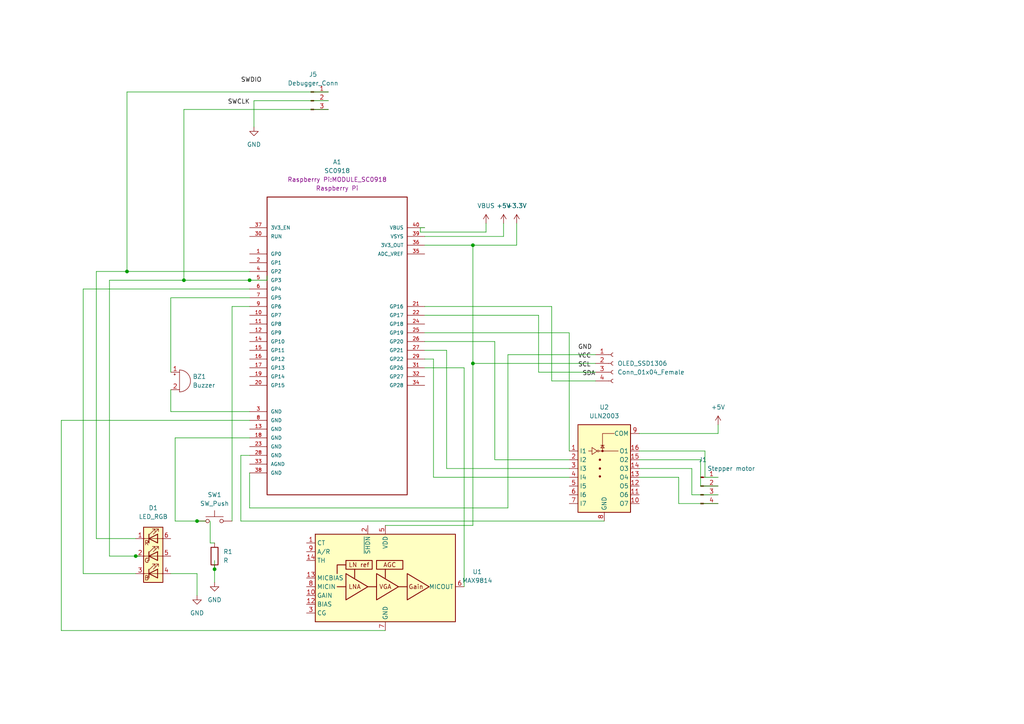
<source format=kicad_sch>
(kicad_sch (version 20211123) (generator eeschema)
  (paper "A4")
  (lib_symbols
    (symbol "Amplifier_Audio:MAX9814"
      (property "Reference" "U" (at -20.32 13.97 0))
      (property "Value" "MAX9814" (at 11.43 13.97 0))
      (symbol "MAX9814_0_0"
        (rectangle (start -11.43 5.08) (end -3.81 2.54) (stroke (width 0.254)))
        (rectangle (start -2.54 5.08) (end 5.08 2.54) (stroke (width 0.254)))
        (polyline (pts (xy -11.43 -2.54) (xy -13.97 -2.54)) (stroke (width 0.254)))
        (polyline (pts (xy -8.89 2.54) (xy -8.89 0)) (stroke (width 0.254)))
        (polyline (pts (xy -2.54 -2.54) (xy -5.08 -2.54)) (stroke (width 0.254)))
        (polyline (pts (xy 0 2.54) (xy 0 0)) (stroke (width 0.254)))
        (polyline (pts (xy 3.81 -2.54) (xy 6.35 -2.54)) (stroke (width 0.254)))
        (polyline (pts (xy -11.43 3.81) (xy -13.97 3.81) (xy -13.97 1.27)) (stroke (width 0.254)))
        (polyline (pts (xy -5.08 -2.54) (xy -11.43 1.27) (xy -11.43 -6.35) (xy -5.08 -2.54)) (stroke (width 0.254)))
        (polyline (pts (xy 3.81 -2.54) (xy -2.54 1.27) (xy -2.54 -6.35) (xy 3.81 -2.54)) (stroke (width 0.254)))
        (polyline (pts (xy 12.7 -2.54) (xy 6.35 1.27) (xy 6.35 -6.35) (xy 12.7 -2.54)) (stroke (width 0.254)))
        (text "AGC" (at 1.27 3.81 0) (effects (font (size 1.27 1.27))))
        (text "Gain" (at 8.89 -2.54 0) (effects (font (size 1.27 1.27))))
        (text "LN ref" (at -7.62 3.81 0) (effects (font (size 1.27 1.27))))
        (text "LNA" (at -8.89 -2.54 0) (effects (font (size 1.27 1.27))))
        (text "VGA" (at 0 -2.54 0) (effects (font (size 1.27 1.27))))
      )
      (symbol "MAX9814_0_1"
        (rectangle (start -20.32 12.7) (end 20.32 -12.7) (stroke (width 0.254)) (fill (type background)))
      )
      (symbol "MAX9814_1_1"
        (pin input line (at -22.86 10.16 0) (length 2.54) (name "CT") (number "1"))
        (pin input line (at -22.86 -5.08 0) (length 2.54) (name "GAIN") (number "10"))
        (pin passive line (at 0 -15.24 90) (length 2.54) hide (name "GND") (number "11"))
        (pin passive line (at -22.86 -7.62 0) (length 2.54) (name "BIAS") (number "12"))
        (pin output line (at -22.86 0 0) (length 2.54) (name "MICBIAS") (number "13"))
        (pin input line (at -22.86 5.08 0) (length 2.54) (name "TH") (number "14"))
        (pin passive line (at 0 -15.24 90) (length 2.54) hide (name "GND") (number "15"))
        (pin input line (at -5.08 15.24 270) (length 2.54) (name "~{SHDN}") (number "2"))
        (pin passive line (at -22.86 -10.16 0) (length 2.54) (name "CG") (number "3"))
        (pin passive line (at 0 -15.24 90) (length 2.54) hide (name "GND") (number "4"))
        (pin power_in line (at 0 15.24 270) (length 2.54) (name "VDD") (number "5"))
        (pin output line (at 22.86 -2.54 180) (length 2.54) (name "MICOUT") (number "6"))
        (pin power_in line (at 0 -15.24 90) (length 2.54) (name "GND") (number "7"))
        (pin input line (at -22.86 -2.54 0) (length 2.54) (name "MICIN") (number "8"))
        (pin input line (at -22.86 7.62 0) (length 2.54) (name "A/R") (number "9"))
      )
    )
    (symbol "Connector:Conn_01x03_Male" (pin_names (offset 1.016) hide)
      (property "Reference" "J" (at 0 5.08 0))
      (property "Value" "Conn_01x03_Male" (at 0 -5.08 0))
      (symbol "Conn_01x03_Male_1_1"
        (polyline (pts (xy 1.27 -2.54) (xy 0.8636 -2.54)) (stroke (width 0.1524)))
        (polyline (pts (xy 1.27 0) (xy 0.8636 0)) (stroke (width 0.1524)))
        (polyline (pts (xy 1.27 2.54) (xy 0.8636 2.54)) (stroke (width 0.1524)))
        (rectangle (start 0.8636 -2.413) (end 0 -2.667) (stroke (width 0.1524)) (fill (type outline)))
        (rectangle (start 0.8636 0.127) (end 0 -0.127) (stroke (width 0.1524)) (fill (type outline)))
        (rectangle (start 0.8636 2.667) (end 0 2.413) (stroke (width 0.1524)) (fill (type outline)))
        (pin passive line (at 5.08 2.54 180) (length 3.81) (name "Pin_1") (number "1"))
        (pin passive line (at 5.08 0 180) (length 3.81) (name "Pin_2") (number "2"))
        (pin passive line (at 5.08 -2.54 180) (length 3.81) (name "Pin_3") (number "3"))
      )
    )
    (symbol "Connector:Conn_01x04_Female" (pin_names (offset 1.016) hide)
      (property "Reference" "J" (at 0 5.08 0))
      (property "Value" "Conn_01x04_Female" (at 0 -7.62 0))
      (symbol "Conn_01x04_Female_1_1"
        (arc (start 0 -4.572) (mid -0.508 -5.08) (end 0 -5.588) (stroke (width 0.1524)))
        (arc (start 0 -2.032) (mid -0.508 -2.54) (end 0 -3.048) (stroke (width 0.1524)))
        (polyline (pts (xy -1.27 -5.08) (xy -0.508 -5.08)) (stroke (width 0.1524)))
        (polyline (pts (xy -1.27 -2.54) (xy -0.508 -2.54)) (stroke (width 0.1524)))
        (polyline (pts (xy -1.27 0) (xy -0.508 0)) (stroke (width 0.1524)))
        (polyline (pts (xy -1.27 2.54) (xy -0.508 2.54)) (stroke (width 0.1524)))
        (arc (start 0 0.508) (mid -0.508 0) (end 0 -0.508) (stroke (width 0.1524)))
        (arc (start 0 3.048) (mid -0.508 2.54) (end 0 2.032) (stroke (width 0.1524)))
        (pin passive line (at -5.08 2.54 0) (length 3.81) (name "Pin_1") (number "1"))
        (pin passive line (at -5.08 0 0) (length 3.81) (name "Pin_2") (number "2"))
        (pin passive line (at -5.08 -2.54 0) (length 3.81) (name "Pin_3") (number "3"))
        (pin passive line (at -5.08 -5.08 0) (length 3.81) (name "Pin_4") (number "4"))
      )
    )
    (symbol "Connector:Conn_01x04_Male" (pin_names (offset 1.016) hide)
      (property "Reference" "J" (at 0 5.08 0))
      (property "Value" "Conn_01x04_Male" (at 0 -7.62 0))
      (symbol "Conn_01x04_Male_1_1"
        (polyline (pts (xy 1.27 -5.08) (xy 0.8636 -5.08)) (stroke (width 0.1524)))
        (polyline (pts (xy 1.27 -2.54) (xy 0.8636 -2.54)) (stroke (width 0.1524)))
        (polyline (pts (xy 1.27 0) (xy 0.8636 0)) (stroke (width 0.1524)))
        (polyline (pts (xy 1.27 2.54) (xy 0.8636 2.54)) (stroke (width 0.1524)))
        (rectangle (start 0.8636 -4.953) (end 0 -5.207) (stroke (width 0.1524)) (fill (type outline)))
        (rectangle (start 0.8636 -2.413) (end 0 -2.667) (stroke (width 0.1524)) (fill (type outline)))
        (rectangle (start 0.8636 0.127) (end 0 -0.127) (stroke (width 0.1524)) (fill (type outline)))
        (rectangle (start 0.8636 2.667) (end 0 2.413) (stroke (width 0.1524)) (fill (type outline)))
        (pin passive line (at 5.08 2.54 180) (length 3.81) (name "Pin_1") (number "1"))
        (pin passive line (at 5.08 0 180) (length 3.81) (name "Pin_2") (number "2"))
        (pin passive line (at 5.08 -2.54 180) (length 3.81) (name "Pin_3") (number "3"))
        (pin passive line (at 5.08 -5.08 180) (length 3.81) (name "Pin_4") (number "4"))
      )
    )
    (symbol "Device:Buzzer" (pin_names (offset 0.0254) hide)
      (property "Reference" "BZ" (at 3.81 1.27 0))
      (property "Value" "Buzzer" (at 3.81 -1.27 0))
      (symbol "Buzzer_0_1"
        (arc (start 0 -3.175) (mid 3.175 0) (end 0 3.175))
        (polyline (pts (xy -1.651 1.905) (xy -1.143 1.905)))
        (polyline (pts (xy -1.397 2.159) (xy -1.397 1.651)))
        (polyline (pts (xy 0 3.175) (xy 0 -3.175)))
      )
      (symbol "Buzzer_1_1"
        (pin passive line (at -2.54 2.54 0) (length 2.54) (name "-") (number "1"))
        (pin passive line (at -2.54 -2.54 0) (length 2.54) (name "+") (number "2"))
      )
    )
    (symbol "Device:LED_RGB" (pin_names (offset 0) hide)
      (property "Reference" "D" (at 0 9.398 0))
      (property "Value" "LED_RGB" (at 0 -8.89 0))
      (symbol "LED_RGB_0_0"
        (text "B" (at -1.905 -6.35 0) (effects (font (size 1.27 1.27))))
        (text "G" (at -1.905 -1.27 0) (effects (font (size 1.27 1.27))))
        (text "R" (at -1.905 3.81 0) (effects (font (size 1.27 1.27))))
      )
      (symbol "LED_RGB_0_1"
        (polyline (pts (xy -1.27 -5.08) (xy -2.54 -5.08)))
        (polyline (pts (xy -1.27 -5.08) (xy 1.27 -5.08)))
        (polyline (pts (xy -1.27 -3.81) (xy -1.27 -6.35)) (stroke (width 0.254)))
        (polyline (pts (xy -1.27 0) (xy -2.54 0)))
        (polyline (pts (xy -1.27 1.27) (xy -1.27 -1.27)) (stroke (width 0.254)))
        (polyline (pts (xy -1.27 5.08) (xy -2.54 5.08)))
        (polyline (pts (xy -1.27 5.08) (xy 1.27 5.08)))
        (polyline (pts (xy -1.27 6.35) (xy -1.27 3.81)) (stroke (width 0.254)))
        (polyline (pts (xy 1.27 -5.08) (xy 2.54 -5.08)))
        (polyline (pts (xy 1.27 0) (xy -1.27 0)))
        (polyline (pts (xy 1.27 0) (xy 2.54 0)))
        (polyline (pts (xy 1.27 5.08) (xy 2.54 5.08)))
        (polyline (pts (xy -1.27 1.27) (xy -1.27 -1.27) (xy -1.27 -1.27)))
        (polyline (pts (xy -1.27 6.35) (xy -1.27 3.81) (xy -1.27 3.81)))
        (polyline (pts (xy 1.27 -3.81) (xy 1.27 -6.35) (xy -1.27 -5.08) (xy 1.27 -3.81)) (stroke (width 0.254)))
        (polyline (pts (xy 1.27 1.27) (xy 1.27 -1.27) (xy -1.27 0) (xy 1.27 1.27)) (stroke (width 0.254)))
        (polyline (pts (xy 1.27 6.35) (xy 1.27 3.81) (xy -1.27 5.08) (xy 1.27 6.35)) (stroke (width 0.254)))
        (polyline (pts (xy -1.016 -3.81) (xy 0.508 -2.286) (xy -0.254 -2.286) (xy 0.508 -2.286) (xy 0.508 -3.048)))
        (polyline (pts (xy -1.016 1.27) (xy 0.508 2.794) (xy -0.254 2.794) (xy 0.508 2.794) (xy 0.508 2.032)))
        (polyline (pts (xy -1.016 6.35) (xy 0.508 7.874) (xy -0.254 7.874) (xy 0.508 7.874) (xy 0.508 7.112)))
        (polyline (pts (xy 0 -3.81) (xy 1.524 -2.286) (xy 0.762 -2.286) (xy 1.524 -2.286) (xy 1.524 -3.048)))
        (polyline (pts (xy 0 1.27) (xy 1.524 2.794) (xy 0.762 2.794) (xy 1.524 2.794) (xy 1.524 2.032)))
        (polyline (pts (xy 0 6.35) (xy 1.524 7.874) (xy 0.762 7.874) (xy 1.524 7.874) (xy 1.524 7.112)))
        (rectangle (start 1.27 -1.27) (end 1.27 1.27))
        (rectangle (start 1.27 1.27) (end 1.27 1.27))
        (rectangle (start 1.27 3.81) (end 1.27 6.35))
        (rectangle (start 1.27 6.35) (end 1.27 6.35))
        (rectangle (start 2.794 8.382) (end -2.794 -7.62) (stroke (width 0.254)) (fill (type background)))
      )
      (symbol "LED_RGB_1_1"
        (pin passive line (at -5.08 5.08 0) (length 2.54) (name "RK") (number "1"))
        (pin passive line (at -5.08 0 0) (length 2.54) (name "GK") (number "2"))
        (pin passive line (at -5.08 -5.08 0) (length 2.54) (name "BK") (number "3"))
        (pin passive line (at 5.08 -5.08 180) (length 2.54) (name "BA") (number "4"))
        (pin passive line (at 5.08 0 180) (length 2.54) (name "GA") (number "5"))
        (pin passive line (at 5.08 5.08 180) (length 2.54) (name "RA") (number "6"))
      )
    )
    (symbol "Device:R" (pin_numbers hide) (pin_names (offset 0))
      (property "Reference" "R" (at 2.032 0 90))
      (property "Value" "R" (at 0 0 90))
      (symbol "R_0_1"
        (rectangle (start -1.016 -2.54) (end 1.016 2.54) (stroke (width 0.254)))
      )
      (symbol "R_1_1"
        (pin passive line (at 0 3.81 270) (length 1.27) (name "~") (number "1"))
        (pin passive line (at 0 -3.81 90) (length 1.27) (name "~") (number "2"))
      )
    )
    (symbol "Switch:SW_Push" (pin_numbers hide) (pin_names (offset 1.016) hide)
      (property "Reference" "SW" (at 1.27 2.54 0))
      (property "Value" "SW_Push" (at 0 -1.524 0))
      (symbol "SW_Push_0_1"
        (circle (center -2.032 0) (radius 0.508))
        (polyline (pts (xy 0 1.27) (xy 0 3.048)))
        (polyline (pts (xy 2.54 1.27) (xy -2.54 1.27)))
        (circle (center 2.032 0) (radius 0.508))
        (pin passive line (at -5.08 0 0) (length 2.54) (name "1") (number "1"))
        (pin passive line (at 5.08 0 180) (length 2.54) (name "2") (number "2"))
      )
    )
    (symbol "Transistor_Array:ULN2003"
      (property "Reference" "U" (at 0 15.875 0))
      (property "Value" "ULN2003" (at 0 13.97 0))
      (symbol "ULN2003_0_1"
        (rectangle (start -7.62 -12.7) (end 7.62 12.7) (stroke (width 0.254)) (fill (type background)))
        (circle (center -1.778 5.08) (radius 0.254))
        (circle (center -1.27 -2.286) (radius 0.254) (fill (type outline)))
        (circle (center -1.27 0) (radius 0.254) (fill (type outline)))
        (circle (center -1.27 2.54) (radius 0.254) (fill (type outline)))
        (circle (center -0.508 5.08) (radius 0.254) (fill (type outline)))
        (polyline (pts (xy -4.572 5.08) (xy -3.556 5.08)))
        (polyline (pts (xy -1.524 5.08) (xy 4.064 5.08)))
        (polyline (pts (xy 0 6.731) (xy -1.016 6.731)))
        (polyline (pts (xy -0.508 5.08) (xy -0.508 10.16) (xy 2.921 10.16)))
        (polyline (pts (xy -3.556 6.096) (xy -3.556 4.064) (xy -2.032 5.08) (xy -3.556 6.096)))
        (polyline (pts (xy 0 5.969) (xy -1.016 5.969) (xy -0.508 6.731) (xy 0 5.969)))
      )
      (symbol "ULN2003_1_1"
        (pin input line (at -10.16 5.08 0) (length 2.54) (name "I1") (number "1"))
        (pin open_collector line (at 10.16 -10.16 180) (length 2.54) (name "O7") (number "10"))
        (pin open_collector line (at 10.16 -7.62 180) (length 2.54) (name "O6") (number "11"))
        (pin open_collector line (at 10.16 -5.08 180) (length 2.54) (name "O5") (number "12"))
        (pin open_collector line (at 10.16 -2.54 180) (length 2.54) (name "O4") (number "13"))
        (pin open_collector line (at 10.16 0 180) (length 2.54) (name "O3") (number "14"))
        (pin open_collector line (at 10.16 2.54 180) (length 2.54) (name "O2") (number "15"))
        (pin open_collector line (at 10.16 5.08 180) (length 2.54) (name "O1") (number "16"))
        (pin input line (at -10.16 2.54 0) (length 2.54) (name "I2") (number "2"))
        (pin input line (at -10.16 0 0) (length 2.54) (name "I3") (number "3"))
        (pin input line (at -10.16 -2.54 0) (length 2.54) (name "I4") (number "4"))
        (pin input line (at -10.16 -5.08 0) (length 2.54) (name "I5") (number "5"))
        (pin input line (at -10.16 -7.62 0) (length 2.54) (name "I6") (number "6"))
        (pin input line (at -10.16 -10.16 0) (length 2.54) (name "I7") (number "7"))
        (pin power_in line (at 0 -15.24 90) (length 2.54) (name "GND") (number "8"))
        (pin passive line (at 10.16 10.16 180) (length 2.54) (name "COM") (number "9"))
      )
    )
    (symbol "nickname:SC0918" (pin_names (offset 1.016))
      (property "Reference" "A1" (at 0 58.42 0))
      (property "Value" "SC0918" (at 0 55.88 0))
      (property "Footprint" "Raspberry Pi:MODULE_SC0918" (at -12.7 -46.99 0))
      (property "manufacturer" "Raspberry Pi" (at 0 53.34 0))
      (symbol "SC0918_0_0"
        (rectangle (start -20.32 -43.18) (end 20.32 43.18) (stroke (width 0.254)))
        (pin bidirectional line (at -25.4 26.67 0) (length 5.08) (name "GP0") (number "1"))
        (pin bidirectional line (at -25.4 8.89 0) (length 5.08) (name "GP7") (number "10"))
        (pin bidirectional line (at -25.4 6.35 0) (length 5.08) (name "GP8") (number "11"))
        (pin bidirectional line (at -25.4 3.81 0) (length 5.08) (name "GP9") (number "12"))
        (pin power_in line (at -25.4 -24.13 0) (length 5.08) (name "GND") (number "13"))
        (pin bidirectional line (at -25.4 1.27 0) (length 5.08) (name "GP10") (number "14"))
        (pin bidirectional line (at -25.4 -1.27 0) (length 5.08) (name "GP11") (number "15"))
        (pin bidirectional line (at -25.4 -3.81 0) (length 5.08) (name "GP12") (number "16"))
        (pin bidirectional line (at -25.4 -6.35 0) (length 5.08) (name "GP13") (number "17"))
        (pin power_in line (at -25.4 -26.67 0) (length 5.08) (name "GND") (number "18"))
        (pin bidirectional line (at -25.4 -8.89 0) (length 5.08) (name "GP14") (number "19"))
        (pin bidirectional line (at -25.4 24.13 0) (length 5.08) (name "GP1") (number "2"))
        (pin bidirectional line (at -25.4 -11.43 0) (length 5.08) (name "GP15") (number "20"))
        (pin bidirectional line (at 25.4 11.43 180) (length 5.08) (name "GP16") (number "21"))
        (pin bidirectional line (at 25.4 8.89 180) (length 5.08) (name "GP17") (number "22"))
        (pin power_in line (at -25.4 -29.21 0) (length 5.08) (name "GND") (number "23"))
        (pin bidirectional line (at 25.4 6.35 180) (length 5.08) (name "GP18") (number "24"))
        (pin bidirectional line (at 25.4 3.81 180) (length 5.08) (name "GP19") (number "25"))
        (pin bidirectional line (at 25.4 1.27 180) (length 5.08) (name "GP20") (number "26"))
        (pin bidirectional line (at 25.4 -1.27 180) (length 5.08) (name "GP21") (number "27"))
        (pin power_in line (at -25.4 -31.75 0) (length 5.08) (name "GND") (number "28"))
        (pin bidirectional line (at 25.4 -3.81 180) (length 5.08) (name "GP22") (number "29"))
        (pin power_in line (at -25.4 -19.05 0) (length 5.08) (name "GND") (number "3"))
        (pin input line (at -25.4 31.75 0) (length 5.08) (name "RUN") (number "30"))
        (pin bidirectional line (at 25.4 -6.35 180) (length 5.08) (name "GP26") (number "31"))
        (pin bidirectional line (at 25.4 -8.89 180) (length 5.08) (name "GP27") (number "32"))
        (pin power_in line (at -25.4 -34.29 0) (length 5.08) (name "AGND") (number "33"))
        (pin bidirectional line (at 25.4 -11.43 180) (length 5.08) (name "GP28") (number "34"))
        (pin power_in line (at 25.4 26.67 180) (length 5.08) (name "ADC_VREF") (number "35"))
        (pin power_in line (at 25.4 29.21 180) (length 5.08) (name "3V3_OUT") (number "36"))
        (pin input line (at -25.4 34.29 0) (length 5.08) (name "3V3_EN") (number "37"))
        (pin power_in line (at -25.4 -36.83 0) (length 5.08) (name "GND") (number "38"))
        (pin free line (at 25.4 31.75 180) (length 5.08) (name "VSYS") (number "39"))
        (pin bidirectional line (at -25.4 21.59 0) (length 5.08) (name "GP2") (number "4"))
        (pin free line (at 25.4 34.29 180) (length 5.08) (name "VBUS") (number "40"))
        (pin bidirectional line (at -25.4 19.05 0) (length 5.08) (name "GP3") (number "5"))
        (pin bidirectional line (at -25.4 16.51 0) (length 5.08) (name "GP4") (number "6"))
        (pin bidirectional line (at -25.4 13.97 0) (length 5.08) (name "GP5") (number "7"))
        (pin power_in line (at -25.4 -21.59 0) (length 5.08) (name "GND") (number "8"))
        (pin bidirectional line (at -25.4 11.43 0) (length 5.08) (name "GP6") (number "9"))
      )
    )
    (symbol "power:+3.3V" (power) (pin_names (offset 0))
      (property "Value" "+3.3V" (at 0 3.556 0))
      (symbol "+3.3V_0_1"
        (polyline (pts (xy -0.762 1.27) (xy 0 2.54)))
        (polyline (pts (xy 0 0) (xy 0 2.54)))
        (polyline (pts (xy 0 2.54) (xy 0.762 1.27)))
      )
      (symbol "+3.3V_1_1"
        (pin power_in line (at 0 0 90) (length 0) hide (name "+3.3V") (number "1"))
      )
    )
    (symbol "power:+5V" (power) (pin_names (offset 0))
      (property "Value" "+5V" (at 0 3.556 0))
      (symbol "+5V_0_1"
        (polyline (pts (xy -0.762 1.27) (xy 0 2.54)))
        (polyline (pts (xy 0 0) (xy 0 2.54)))
        (polyline (pts (xy 0 2.54) (xy 0.762 1.27)))
      )
      (symbol "+5V_1_1"
        (pin power_in line (at 0 0 90) (length 0) hide (name "+5V") (number "1"))
      )
    )
    (symbol "power:GND" (power) (pin_names (offset 0))
      (property "Value" "GND" (at 0 -3.81 0))
      (symbol "GND_0_1"
        (polyline (pts (xy 0 0) (xy 0 -1.27) (xy 1.27 -1.27) (xy 0 -2.54) (xy -1.27 -1.27) (xy 0 -1.27)))
      )
      (symbol "GND_1_1"
        (pin power_in line (at 0 0 270) (length 0) hide (name "GND") (number "1"))
      )
    )
    (symbol "power:VBUS" (power) (pin_names (offset 0))
      (property "Value" "VBUS" (at 0 3.81 0))
      (symbol "VBUS_0_1"
        (polyline (pts (xy -0.762 1.27) (xy 0 2.54)))
        (polyline (pts (xy 0 0) (xy 0 2.54)))
        (polyline (pts (xy 0 2.54) (xy 0.762 1.27)))
      )
      (symbol "VBUS_1_1"
        (pin power_in line (at 0 0 90) (length 0) hide (name "VBUS") (number "1"))
      )
    )
  )
  (junction (at 72.39 81.28))
  (junction (at 36.83 78.74))
  (junction (at 62.23 165.1))
  (junction (at 39.37 161.29))
  (junction (at 137.16 105.41))
  (junction (at 57.15 151.13))
  (junction (at 137.16 71.12))
  (junction (at 53.34 81.28))
  (wire (pts (xy 36.83 78.74) (xy 72.39 78.74)))
  (wire (pts (xy 185.42 133.35) (xy 203.2 133.35)))
  (wire (pts (xy 57.15 166.37) (xy 57.15 172.72)))
  (wire (pts (xy 121.92 66.04) (xy 123.19 66.04)))
  (wire (pts (xy 146.05 68.58) (xy 123.19 68.58)))
  (wire (pts (xy 95.25 31.75) (xy 53.34 31.75)))
  (wire (pts (xy 172.72 105.41) (xy 137.16 105.41)))
  (wire (pts (xy 73.66 29.21) (xy 73.66 36.83)))
  (wire (pts (xy 129.54 135.89) (xy 129.54 101.6)))
  (wire (pts (xy 165.1 138.43) (xy 125.73 138.43)))
  (wire (pts (xy 50.8 151.13) (xy 57.15 151.13)))
  (wire (pts (xy 137.16 71.12) (xy 149.86 71.12)))
  (wire (pts (xy 53.34 81.28) (xy 72.39 81.28)))
  (wire (pts (xy 17.78 121.92) (xy 72.39 121.92)))
  (wire (pts (xy 40.64 161.29) (xy 39.37 161.29)))
  (wire (pts (xy 146.05 64.77) (xy 146.05 68.58)))
  (wire (pts (xy 137.16 105.41) (xy 137.16 152.4)))
  (wire (pts (xy 67.31 88.9) (xy 72.39 88.9)))
  (wire (pts (xy 17.78 182.88) (xy 17.78 121.92)))
  (wire (pts (xy 172.72 102.87) (xy 147.32 102.87)))
  (wire (pts (xy 49.53 119.38) (xy 72.39 119.38)))
  (wire (pts (xy 53.34 81.28) (xy 53.34 31.75)))
  (wire (pts (xy 72.39 81.28) (xy 77.47 81.28)))
  (wire (pts (xy 160.02 110.49) (xy 160.02 88.9)))
  (wire (pts (xy 67.31 151.13) (xy 67.31 88.9)))
  (wire (pts (xy 121.92 67.31) (xy 121.92 66.04)))
  (wire (pts (xy 165.1 135.89) (xy 129.54 135.89)))
  (wire (pts (xy 140.97 67.31) (xy 121.92 67.31)))
  (wire (pts (xy 172.72 107.95) (xy 156.21 107.95)))
  (wire (pts (xy 31.75 81.28) (xy 53.34 81.28)))
  (wire (pts (xy 185.42 125.73) (xy 208.28 125.73)))
  (wire (pts (xy 49.53 86.36) (xy 72.39 86.36)))
  (wire (pts (xy 123.19 104.14) (xy 125.73 104.14)))
  (wire (pts (xy 60.96 151.13) (xy 60.96 157.48)))
  (wire (pts (xy 62.23 165.1) (xy 62.23 168.91)))
  (wire (pts (xy 204.47 130.81) (xy 204.47 138.43)))
  (wire (pts (xy 123.19 88.9) (xy 160.02 88.9)))
  (wire (pts (xy 204.47 138.43) (xy 208.28 138.43)))
  (wire (pts (xy 125.73 138.43) (xy 125.73 104.14)))
  (wire (pts (xy 123.19 96.52) (xy 165.1 96.52)))
  (wire (pts (xy 24.13 166.37) (xy 24.13 83.82)))
  (wire (pts (xy 147.32 102.87) (xy 147.32 147.32)))
  (wire (pts (xy 27.94 156.21) (xy 27.94 78.74)))
  (wire (pts (xy 69.85 151.13) (xy 175.26 151.13)))
  (wire (pts (xy 149.86 64.77) (xy 149.86 71.12)))
  (wire (pts (xy 123.19 71.12) (xy 137.16 71.12)))
  (wire (pts (xy 143.51 133.35) (xy 143.51 99.06)))
  (wire (pts (xy 134.62 106.68) (xy 123.19 106.68)))
  (wire (pts (xy 129.54 101.6) (xy 123.19 101.6)))
  (wire (pts (xy 72.39 137.16) (xy 72.39 147.32)))
  (wire (pts (xy 147.32 147.32) (xy 72.39 147.32)))
  (wire (pts (xy 36.83 26.67) (xy 36.83 78.74)))
  (wire (pts (xy 95.25 29.21) (xy 73.66 29.21)))
  (wire (pts (xy 200.66 143.51) (xy 208.28 143.51)))
  (wire (pts (xy 143.51 99.06) (xy 123.19 99.06)))
  (wire (pts (xy 69.85 132.08) (xy 72.39 132.08)))
  (wire (pts (xy 140.97 67.31) (xy 140.97 64.77)))
  (wire (pts (xy 134.62 170.18) (xy 134.62 106.68)))
  (wire (pts (xy 196.85 146.05) (xy 208.28 146.05)))
  (wire (pts (xy 185.42 130.81) (xy 204.47 130.81)))
  (wire (pts (xy 60.96 157.48) (xy 62.23 157.48)))
  (wire (pts (xy 27.94 78.74) (xy 36.83 78.74)))
  (wire (pts (xy 50.8 127) (xy 72.39 127)))
  (wire (pts (xy 49.53 113.03) (xy 49.53 119.38)))
  (wire (pts (xy 57.15 151.13) (xy 59.69 151.13)))
  (wire (pts (xy 200.66 135.89) (xy 200.66 143.51)))
  (wire (pts (xy 95.25 26.67) (xy 36.83 26.67)))
  (wire (pts (xy 111.76 182.88) (xy 17.78 182.88)))
  (wire (pts (xy 39.37 166.37) (xy 24.13 166.37)))
  (wire (pts (xy 203.2 140.97) (xy 208.28 140.97)))
  (wire (pts (xy 185.42 135.89) (xy 200.66 135.89)))
  (wire (pts (xy 165.1 130.81) (xy 165.1 96.52)))
  (wire (pts (xy 156.21 107.95) (xy 156.21 91.44)))
  (wire (pts (xy 137.16 71.12) (xy 137.16 105.41)))
  (wire (pts (xy 24.13 83.82) (xy 72.39 83.82)))
  (wire (pts (xy 31.75 161.29) (xy 31.75 81.28)))
  (wire (pts (xy 196.85 138.43) (xy 196.85 146.05)))
  (wire (pts (xy 185.42 138.43) (xy 196.85 138.43)))
  (wire (pts (xy 172.72 110.49) (xy 160.02 110.49)))
  (wire (pts (xy 49.53 166.37) (xy 57.15 166.37)))
  (wire (pts (xy 111.76 152.4) (xy 137.16 152.4)))
  (wire (pts (xy 39.37 156.21) (xy 27.94 156.21)))
  (wire (pts (xy 39.37 161.29) (xy 31.75 161.29)))
  (wire (pts (xy 203.2 133.35) (xy 203.2 140.97)))
  (wire (pts (xy 69.85 151.13) (xy 69.85 132.08)))
  (wire (pts (xy 77.47 80.01) (xy 77.47 81.28)))
  (wire (pts (xy 208.28 123.19) (xy 208.28 125.73)))
  (wire (pts (xy 62.23 162.56) (xy 62.23 165.1)))
  (wire (pts (xy 49.53 107.95) (xy 49.53 86.36)))
  (wire (pts (xy 165.1 133.35) (xy 143.51 133.35)))
  (wire (pts (xy 50.8 151.13) (xy 50.8 127)))
  (wire (pts (xy 156.21 91.44) (xy 123.19 91.44)))
  (label "GND" (at 167.64 101.6 0))
  (label "SCL" (at 167.64 106.68 0))
  (label "VCC" (at 167.64 104.14 0))
  (label "SWCLK" (at 66.04 30.48 0))
  (label "SWDIO" (at 69.85 24.13 0))
  (label "SDA" (at 168.91 109.22 0))
  (symbol (lib_id "power:GND") (at 73.66 36.83 0) (unit 1)
    (property "Reference" "#PWR0106" (effects hide))
    (property "Value" "GND" (at 73.66 41.91 0))
  )
  (symbol (lib_id "Connector:Conn_01x04_Male") (at 203.2 140.97 0) (unit 1)
    (property "Reference" "J1" (at 203.835 133.35 0))
    (property "Value" "Stepper motor" (at 212.09 135.89 0))
  )
  (symbol (lib_id "Switch:SW_Push") (at 62.23 151.13 0) (unit 1)
    (property "Reference" "SW1" (at 62.23 143.51 0))
    (property "Value" "SW_Push" (at 62.23 146.05 0))
  )
  (symbol (lib_id "Connector:Conn_01x04_Female") (at 177.8 105.41 0) (unit 1)
    (property "Reference" "OLED_SSD1306" (at 179.07 105.4099 0) (effects (justify left)))
    (property "Value" "Conn_01x04_Female" (at 179.07 107.9499 0) (effects (justify left)))
  )
  (symbol (lib_id "power:+5V") (at 146.05 64.77 0) (unit 1)
    (property "Reference" "#PWR0102" (effects hide))
    (property "Value" "+5V" (at 146.05 59.69 0))
  )
  (symbol (lib_id "Amplifier_Audio:MAX9814") (at 111.76 167.64 0) (unit 1)
    (property "Reference" "U1" (at 138.43 165.8493 0))
    (property "Value" "MAX9814" (at 138.43 168.3893 0))
    (property "Footprint" "Package_DFN_QFN:DFN-14-1EP_3x3mm_P0.4mm_EP1.78x2.35mm" (effects hide))
    (property "Datasheet" "https://datasheets.maximintegrated.com/en/ds/MAX9814.pdf" (effects hide))
  )
  (symbol (lib_id "power:+3.3V") (at 149.86 64.77 0) (unit 1)
    (property "Reference" "#PWR0103" (effects hide))
    (property "Value" "+3.3V" (at 149.86 59.69 0))
  )
  (symbol (lib_id "power:+5V") (at 208.28 123.19 0) (unit 1)
    (property "Reference" "#PWR0107" (effects hide))
    (property "Value" "+5V" (at 208.28 118.11 0))
  )
  (symbol (lib_id "Transistor_Array:ULN2003") (at 175.26 135.89 0) (unit 1)
    (property "Reference" "U2" (at 175.26 118.11 0))
    (property "Value" "ULN2003" (at 175.26 120.65 0))
    (property "Datasheet" "http://www.ti.com/lit/ds/symlink/uln2003a.pdf" (effects hide))
  )
  (symbol (lib_id "Device:LED_RGB") (at 44.45 161.29 0) (unit 1)
    (property "Reference" "D1" (at 44.45 147.32 0))
    (property "Value" "LED_RGB" (at 44.45 149.86 0))
  )
  (symbol (lib_id "power:GND") (at 57.15 172.72 0) (unit 1)
    (property "Reference" "#PWR0104" (effects hide))
    (property "Value" "GND" (at 57.15 177.8 0))
  )
  (symbol (lib_id "Connector:Conn_01x03_Male") (at 90.17 29.21 0) (unit 1)
    (property "Reference" "J5" (at 90.805 21.59 0))
    (property "Value" "Debugger_Conn" (at 90.805 24.13 0))
  )
  (symbol (lib_id "power:GND") (at 62.23 168.91 0) (unit 1)
    (property "Reference" "#PWR0105" (effects hide))
    (property "Value" "GND" (at 62.23 173.99 0))
  )
  (symbol (lib_id "power:VBUS") (at 140.97 64.77 0) (unit 1)
    (property "Reference" "#PWR0101" (effects hide))
    (property "Value" "VBUS" (at 140.97 59.69 0))
  )
  (symbol (lib_id "Device:Buzzer") (at 52.07 110.49 0) (unit 1)
    (property "Reference" "BZ1" (at 55.88 109.2199 0) (effects (justify left)))
    (property "Value" "Buzzer" (at 55.88 111.7599 0) (effects (justify left)))
  )
  (symbol (lib_id "nickname:SC0918") (at 97.79 100.33 0) (unit 1)
    (property "Reference" "A1" (at 97.79 46.99 0))
    (property "Value" "SC0918" (at 97.79 49.53 0))
    (property "Footprint" "Raspberry Pi:MODULE_SC0918" (at 97.79 52.07 0))
    (property "Datasheet" "https://datasheets.raspberrypi.com/picow/pico-w-datasheet.pdf" (effects hide))
    (property "manufacturer" "Raspberry Pi" (at 97.79 54.61 0))
    (property "P/N" "SC0918" (effects hide))
    (property "PARTREV" "1.6" (effects hide))
    (property "MAXIMUM_PACKAGE_HEIGHT" "3.73mm" (effects hide))
  )
  (symbol (lib_id "Device:R") (at 62.23 161.29 0) (unit 1)
    (property "Reference" "R1" (at 64.77 160.0199 0) (effects (justify left)))
    (property "Value" "R" (at 64.77 162.5599 0) (effects (justify left)))
  )
)
</source>
